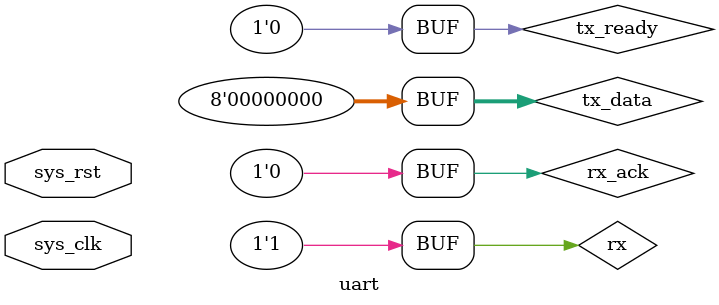
<source format=v>
/* Machine-generated using Migen */
module uart(
	input sys_clk,
	input sys_rst
);

reg [7:0] rx_data = 8'd0;
reg rx_ready;
reg rx_ack = 1'd0;
reg rx_error;
reg [7:0] tx_data = 8'd0;
reg tx_ready = 1'd0;
reg tx_ack;
reg rx = 1'd1;
reg tx = 1'd0;
reg [1:0] rx_counter = 2'd0;
wire rx_strobe;
reg [2:0] rx_bitno = 3'd0;
reg [1:0] tx_counter = 2'd0;
wire tx_strobe;
reg [2:0] tx_bitno = 3'd0;
reg [7:0] tx_latch = 8'd0;
reg [2:0] fsm0_state = 3'd0;
reg [2:0] fsm0_next_state;
reg [1:0] rx_counter_next_value0;
reg rx_counter_next_value_ce0;
reg [7:0] rx_data_next_value1;
reg rx_data_next_value_ce1;
reg [2:0] rx_bitno_next_value2;
reg rx_bitno_next_value_ce2;
reg [1:0] fsm1_state = 2'd0;
reg [1:0] fsm1_next_state;
reg [1:0] tx_counter_t_next_value0;
reg tx_counter_t_next_value_ce0;
reg [7:0] tx_latch_t_next_value1;
reg tx_latch_t_next_value_ce1;
reg tx_f_next_value;
reg tx_f_next_value_ce;
reg [2:0] tx_bitno_t_next_value2;
reg tx_bitno_t_next_value_ce2;

// synthesis translate_off
reg dummy_s;
initial dummy_s <= 1'd0;
// synthesis translate_on

assign rx_strobe = (rx_counter == 1'd0);
assign tx_strobe = (tx_counter == 1'd0);

// synthesis translate_off
reg dummy_d;
// synthesis translate_on
always @(*) begin
	rx_ready <= 1'd0;
	rx_error <= 1'd0;
	fsm0_next_state <= 3'd0;
	rx_counter_next_value0 <= 2'd0;
	rx_counter_next_value_ce0 <= 1'd0;
	rx_data_next_value1 <= 8'd0;
	rx_data_next_value_ce1 <= 1'd0;
	rx_bitno_next_value2 <= 3'd0;
	rx_bitno_next_value_ce2 <= 1'd0;
	fsm0_next_state <= fsm0_state;
	case (fsm0_state)
		1'd1: begin
			if (rx_strobe) begin
				fsm0_next_state <= 2'd2;
			end
		end
		2'd2: begin
			if (rx_strobe) begin
				rx_data_next_value1 <= {rx, rx_data[7:1]};
				rx_data_next_value_ce1 <= 1'd1;
				rx_bitno_next_value2 <= (rx_bitno + 1'd1);
				rx_bitno_next_value_ce2 <= 1'd1;
				if ((rx_bitno == 3'd7)) begin
					fsm0_next_state <= 2'd3;
				end
			end
		end
		2'd3: begin
			if (rx_strobe) begin
				if ((~rx)) begin
					fsm0_next_state <= 3'd5;
				end else begin
					fsm0_next_state <= 3'd4;
				end
			end
		end
		3'd4: begin
			rx_ready <= 1'd1;
			if (rx_ack) begin
				fsm0_next_state <= 1'd0;
			end else begin
				if ((~rx)) begin
					fsm0_next_state <= 3'd5;
				end
			end
		end
		3'd5: begin
			rx_error <= 1'd1;
		end
		default: begin
			if ((~rx)) begin
				rx_counter_next_value0 <= 2'd2;
				rx_counter_next_value_ce0 <= 1'd1;
				fsm0_next_state <= 1'd1;
			end
		end
	endcase
// synthesis translate_off
	dummy_d <= dummy_s;
// synthesis translate_on
end

// synthesis translate_off
reg dummy_d_1;
// synthesis translate_on
always @(*) begin
	tx_ack <= 1'd0;
	fsm1_next_state <= 2'd0;
	tx_counter_t_next_value0 <= 2'd0;
	tx_counter_t_next_value_ce0 <= 1'd0;
	tx_latch_t_next_value1 <= 8'd0;
	tx_latch_t_next_value_ce1 <= 1'd0;
	tx_f_next_value <= 1'd0;
	tx_f_next_value_ce <= 1'd0;
	tx_bitno_t_next_value2 <= 3'd0;
	tx_bitno_t_next_value_ce2 <= 1'd0;
	fsm1_next_state <= fsm1_state;
	case (fsm1_state)
		1'd1: begin
			if (tx_strobe) begin
				tx_f_next_value <= 1'd0;
				tx_f_next_value_ce <= 1'd1;
				fsm1_next_state <= 2'd2;
			end
		end
		2'd2: begin
			if (tx_strobe) begin
				tx_f_next_value <= tx_latch[0];
				tx_f_next_value_ce <= 1'd1;
				tx_latch_t_next_value1 <= {1'd0, tx_latch[7:1]};
				tx_latch_t_next_value_ce1 <= 1'd1;
				tx_bitno_t_next_value2 <= (tx_bitno + 1'd1);
				tx_bitno_t_next_value_ce2 <= 1'd1;
				if ((tx_bitno == 3'd7)) begin
					fsm1_next_state <= 2'd3;
				end
			end
		end
		2'd3: begin
			if (tx_strobe) begin
				tx_f_next_value <= 1'd1;
				tx_f_next_value_ce <= 1'd1;
				fsm1_next_state <= 1'd0;
			end
		end
		default: begin
			tx_ack <= 1'd1;
			if (tx_ready) begin
				tx_counter_t_next_value0 <= 2'd3;
				tx_counter_t_next_value_ce0 <= 1'd1;
				tx_latch_t_next_value1 <= tx_data;
				tx_latch_t_next_value_ce1 <= 1'd1;
				fsm1_next_state <= 1'd1;
			end else begin
				tx_f_next_value <= 1'd1;
				tx_f_next_value_ce <= 1'd1;
			end
		end
	endcase
// synthesis translate_off
	dummy_d_1 <= dummy_s;
// synthesis translate_on
end

always @(posedge sys_clk) begin
	if ((rx_counter == 1'd0)) begin
		rx_counter <= 2'd3;
	end else begin
		rx_counter <= (rx_counter - 1'd1);
	end
	if ((tx_counter == 1'd0)) begin
		tx_counter <= 2'd3;
	end else begin
		tx_counter <= (tx_counter - 1'd1);
	end
	fsm0_state <= fsm0_next_state;
	if (rx_counter_next_value_ce0) begin
		rx_counter <= rx_counter_next_value0;
	end
	if (rx_data_next_value_ce1) begin
		rx_data <= rx_data_next_value1;
	end
	if (rx_bitno_next_value_ce2) begin
		rx_bitno <= rx_bitno_next_value2;
	end
	fsm1_state <= fsm1_next_state;
	if (tx_counter_t_next_value_ce0) begin
		tx_counter <= tx_counter_t_next_value0;
	end
	if (tx_latch_t_next_value_ce1) begin
		tx_latch <= tx_latch_t_next_value1;
	end
	if (tx_f_next_value_ce) begin
		tx <= tx_f_next_value;
	end
	if (tx_bitno_t_next_value_ce2) begin
		tx_bitno <= tx_bitno_t_next_value2;
	end
	if (sys_rst) begin
		rx_data <= 8'd0;
		tx <= 1'd0;
		rx_counter <= 2'd0;
		rx_bitno <= 3'd0;
		tx_counter <= 2'd0;
		tx_bitno <= 3'd0;
		tx_latch <= 8'd0;
		fsm0_state <= 3'd0;
		fsm1_state <= 2'd0;
	end
end

endmodule

</source>
